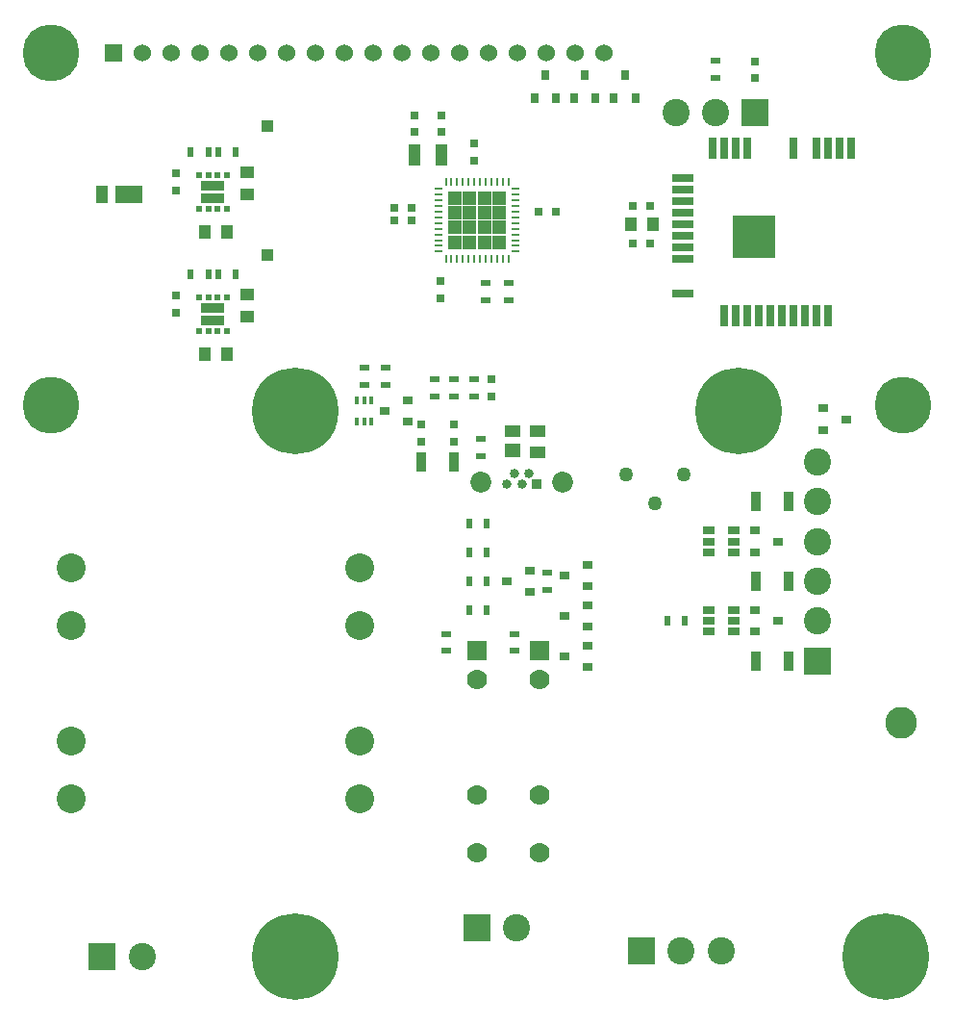
<source format=gbs>
G04 #@! TF.GenerationSoftware,KiCad,Pcbnew,(5.0.0-rc2-dev-640-gbf135b0)*
G04 #@! TF.CreationDate,2018-05-13T18:52:19-05:00*
G04 #@! TF.ProjectId,WiFi-Septic-Controller,576946692D5365707469632D436F6E74,rev?*
G04 #@! TF.SameCoordinates,Original*
G04 #@! TF.FileFunction,Soldermask,Bot*
G04 #@! TF.FilePolarity,Negative*
%FSLAX46Y46*%
G04 Gerber Fmt 4.6, Leading zero omitted, Abs format (unit mm)*
G04 Created by KiCad (PCBNEW (5.0.0-rc2-dev-640-gbf135b0)) date Sunday, May 13, 2018 at 06:52:19 PM*
%MOMM*%
%LPD*%
G01*
G04 APERTURE LIST*
%ADD10R,1.000000X1.000000*%
%ADD11R,1.524000X1.524000*%
%ADD12C,5.000000*%
%ADD13C,1.524000*%
%ADD14C,1.260000*%
%ADD15C,7.620000*%
%ADD16R,0.500000X0.900000*%
%ADD17R,2.040000X0.940000*%
%ADD18R,0.540000X0.590000*%
%ADD19R,1.250000X1.000000*%
%ADD20R,0.750000X0.800000*%
%ADD21R,1.000000X1.250000*%
%ADD22R,0.800000X1.900000*%
%ADD23R,1.900000X0.800000*%
%ADD24R,3.700000X3.700000*%
%ADD25C,0.500000*%
%ADD26C,1.850000*%
%ADD27C,0.840000*%
%ADD28R,0.840000X0.840000*%
%ADD29C,2.540000*%
%ADD30R,1.287500X1.287500*%
%ADD31R,0.700000X0.250000*%
%ADD32R,0.250000X0.700000*%
%ADD33R,2.400000X2.400000*%
%ADD34C,2.400000*%
%ADD35C,1.778000*%
%ADD36R,1.778000X1.778000*%
%ADD37R,0.800000X0.750000*%
%ADD38R,1.050000X1.500000*%
%ADD39R,2.400000X1.500000*%
%ADD40R,0.900000X0.800000*%
%ADD41R,1.400000X1.000000*%
%ADD42R,1.400000X1.200000*%
%ADD43R,0.900000X1.700000*%
%ADD44R,0.900000X0.500000*%
%ADD45R,0.400000X0.650000*%
%ADD46R,0.800000X0.900000*%
%ADD47R,1.060000X0.650000*%
%ADD48R,1.100000X1.900000*%
%ADD49C,2.800000*%
G04 APERTURE END LIST*
D10*
X51500000Y-50292000D03*
X51500000Y-39000000D03*
D11*
X38000000Y-32500000D03*
D12*
X32500000Y-32500000D03*
X107500000Y-32500000D03*
X32500000Y-63500000D03*
X107500000Y-63500000D03*
D13*
X40540000Y-32500000D03*
X43080000Y-32500000D03*
X45620000Y-32500000D03*
X48160000Y-32500000D03*
X50700000Y-32500000D03*
X53240000Y-32500000D03*
X55780000Y-32500000D03*
X58320000Y-32500000D03*
X60860000Y-32500000D03*
X63400000Y-32500000D03*
X65940000Y-32500000D03*
X68480000Y-32500000D03*
X71020000Y-32500000D03*
X73560000Y-32500000D03*
X76100000Y-32500000D03*
X78640000Y-32500000D03*
X81180000Y-32500000D03*
D14*
X88225000Y-69580000D03*
X85685000Y-72120000D03*
X83145000Y-69580000D03*
D15*
X93000000Y-64000000D03*
X54000000Y-64000000D03*
X106000000Y-112000000D03*
X54000000Y-112000000D03*
D16*
X48750000Y-41250000D03*
X47250000Y-41250000D03*
X46350000Y-41250000D03*
X44750000Y-41250000D03*
D17*
X46750000Y-45300000D03*
X46750000Y-44200000D03*
D18*
X45550000Y-46225000D03*
X46350000Y-46225000D03*
X47150000Y-46225000D03*
X47950000Y-46225000D03*
X47950000Y-43275000D03*
X47150000Y-43275000D03*
X46350000Y-43275000D03*
X45550000Y-43275000D03*
D19*
X49750000Y-43000000D03*
X49750000Y-45000000D03*
D20*
X43500000Y-43100000D03*
X43500000Y-44600000D03*
D21*
X48000000Y-48250000D03*
X46000000Y-48250000D03*
D22*
X90750000Y-40885000D03*
X91766000Y-40885000D03*
X92782000Y-40885000D03*
X93798000Y-40885000D03*
X97862000Y-40885000D03*
X99894000Y-40885000D03*
X100910000Y-40885000D03*
X101926000Y-40885000D03*
X102942000Y-40885000D03*
X100904000Y-55615000D03*
X99888000Y-55615000D03*
X98872000Y-55615000D03*
X97856000Y-55615000D03*
X96840000Y-55615000D03*
X95824000Y-55615000D03*
X94808000Y-55615000D03*
X93792000Y-55615000D03*
X92776000Y-55615000D03*
X91760000Y-55615000D03*
D23*
X88080000Y-53715000D03*
X88080000Y-50667000D03*
X88080000Y-49651000D03*
X88080000Y-48635000D03*
X88080000Y-47619000D03*
X88080000Y-46603000D03*
X88080000Y-45587000D03*
X88080000Y-44571000D03*
X88080000Y-43555000D03*
D24*
X94350000Y-48735000D03*
D25*
X94350000Y-48735000D03*
X94350000Y-49935000D03*
X94350000Y-47535000D03*
X95550000Y-49935000D03*
X95550000Y-48735000D03*
X95550000Y-47535000D03*
X93150000Y-49935000D03*
X93150000Y-48735000D03*
X93150000Y-47535000D03*
D26*
X70375000Y-70280000D03*
X77525000Y-70280000D03*
D27*
X72650000Y-70500000D03*
X73300000Y-69500000D03*
X73950000Y-70500000D03*
X74600000Y-69500000D03*
D28*
X75250000Y-70500000D03*
D29*
X59700000Y-98160000D03*
X59700000Y-93080000D03*
X59700000Y-82920000D03*
X59700000Y-77840000D03*
X34300000Y-98160000D03*
X34300000Y-93080000D03*
X34300000Y-82920000D03*
X34300000Y-77840000D03*
D18*
X45550000Y-54025000D03*
X46350000Y-54025000D03*
X47150000Y-54025000D03*
X47950000Y-54025000D03*
X47950000Y-56975000D03*
X47150000Y-56975000D03*
X46350000Y-56975000D03*
X45550000Y-56975000D03*
D17*
X46750000Y-54950000D03*
X46750000Y-56050000D03*
D30*
X68068750Y-45318750D03*
X69356250Y-45318750D03*
X70643750Y-45318750D03*
X71931250Y-45318750D03*
X68068750Y-46606250D03*
X69356250Y-46606250D03*
X70643750Y-46606250D03*
X71931250Y-46606250D03*
X68068750Y-47893750D03*
X69356250Y-47893750D03*
X70643750Y-47893750D03*
X71931250Y-47893750D03*
X68068750Y-49181250D03*
X69356250Y-49181250D03*
X70643750Y-49181250D03*
X71931250Y-49181250D03*
D31*
X66600000Y-44500000D03*
X66600000Y-45000000D03*
X66600000Y-45500000D03*
X66600000Y-46000000D03*
X66600000Y-46500000D03*
X66600000Y-47000000D03*
X66600000Y-47500000D03*
X66600000Y-48000000D03*
X66600000Y-48500000D03*
X66600000Y-49000000D03*
X66600000Y-49500000D03*
X66600000Y-50000000D03*
D32*
X67250000Y-50650000D03*
X67750000Y-50650000D03*
X68250000Y-50650000D03*
X68750000Y-50650000D03*
X69250000Y-50650000D03*
X69750000Y-50650000D03*
X70250000Y-50650000D03*
X70750000Y-50650000D03*
X71250000Y-50650000D03*
X71750000Y-50650000D03*
X72250000Y-50650000D03*
X72750000Y-50650000D03*
D31*
X73400000Y-50000000D03*
X73400000Y-49500000D03*
X73400000Y-49000000D03*
X73400000Y-48500000D03*
X73400000Y-48000000D03*
X73400000Y-47500000D03*
X73400000Y-47000000D03*
X73400000Y-46500000D03*
X73400000Y-46000000D03*
X73400000Y-45500000D03*
X73400000Y-45000000D03*
X73400000Y-44500000D03*
D32*
X72750000Y-43850000D03*
X72250000Y-43850000D03*
X71750000Y-43850000D03*
X71250000Y-43850000D03*
X70750000Y-43850000D03*
X70250000Y-43850000D03*
X69750000Y-43850000D03*
X69250000Y-43850000D03*
X68750000Y-43850000D03*
X68250000Y-43850000D03*
X67750000Y-43850000D03*
X67250000Y-43850000D03*
D33*
X84482800Y-111500000D03*
D34*
X91482800Y-111500000D03*
X87982800Y-111500000D03*
X100000000Y-68500000D03*
X100000000Y-72000000D03*
X100000000Y-75500000D03*
X100000000Y-79000000D03*
D33*
X100000000Y-86000000D03*
D34*
X100000000Y-82500000D03*
D35*
X70000000Y-102890000D03*
X70000000Y-97810000D03*
X70000000Y-87650000D03*
D36*
X70000000Y-85110000D03*
X75500000Y-85110000D03*
D35*
X75500000Y-87650000D03*
X75500000Y-97810000D03*
X75500000Y-102890000D03*
D33*
X70000000Y-109500000D03*
D34*
X73500000Y-109500000D03*
D21*
X46000000Y-59000000D03*
X48000000Y-59000000D03*
D20*
X43500000Y-55350000D03*
X43500000Y-53850000D03*
D19*
X49750000Y-55750000D03*
X49750000Y-53750000D03*
D20*
X67950000Y-66750000D03*
X67950000Y-65250000D03*
X65050000Y-65250000D03*
X65050000Y-66750000D03*
X69750000Y-42025000D03*
X69750000Y-40525000D03*
D37*
X62750000Y-46200000D03*
X64250000Y-46200000D03*
D20*
X66750000Y-52590000D03*
X66750000Y-54090000D03*
D37*
X76950000Y-46500000D03*
X75450000Y-46500000D03*
X83750000Y-46000000D03*
X85250000Y-46000000D03*
X62750000Y-47300000D03*
X64250000Y-47300000D03*
D21*
X83500000Y-47619000D03*
X85500000Y-47619000D03*
D37*
X83750000Y-49250000D03*
X85250000Y-49250000D03*
D20*
X64491847Y-38000000D03*
X64491847Y-39500000D03*
X66891847Y-38000000D03*
X66891847Y-39500000D03*
X94500000Y-34750000D03*
X94500000Y-33250000D03*
X71250000Y-62750000D03*
X71250000Y-61250000D03*
D38*
X37000000Y-45000000D03*
D39*
X39350000Y-45000000D03*
D40*
X94500000Y-83450000D03*
X94500000Y-81550000D03*
X96500000Y-82500000D03*
X96500000Y-75500000D03*
X94500000Y-74550000D03*
X94500000Y-76450000D03*
X100500000Y-65700000D03*
X100500000Y-63800000D03*
X102500000Y-64750000D03*
D41*
X75350000Y-67700000D03*
X75350000Y-65800000D03*
X73150000Y-65800000D03*
D42*
X73150000Y-67520000D03*
D33*
X94500000Y-37750000D03*
D34*
X87500000Y-37750000D03*
X91000000Y-37750000D03*
D43*
X65050000Y-68500000D03*
X67950000Y-68500000D03*
D44*
X70375000Y-68000000D03*
X70375000Y-66500000D03*
D40*
X72660000Y-78994000D03*
X74660000Y-79944000D03*
X74660000Y-78044000D03*
X79740000Y-84648000D03*
X79740000Y-86548000D03*
X77740000Y-85598000D03*
X61881000Y-64000000D03*
X63881000Y-64950000D03*
X63881000Y-63050000D03*
D45*
X59421000Y-64950000D03*
X60721000Y-64950000D03*
X60071000Y-63050000D03*
X60071000Y-64950000D03*
X60721000Y-63050000D03*
X59421000Y-63050000D03*
D46*
X76000000Y-34500000D03*
X75050000Y-36500000D03*
X76950000Y-36500000D03*
X80450000Y-36500000D03*
X78550000Y-36500000D03*
X79500000Y-34500000D03*
X83000000Y-34500000D03*
X82050000Y-36500000D03*
X83950000Y-36500000D03*
D16*
X47250000Y-52000000D03*
X48750000Y-52000000D03*
X44750000Y-52000000D03*
X46350000Y-52000000D03*
D44*
X76200000Y-78244000D03*
X76200000Y-79744000D03*
X70750000Y-52750000D03*
X70750000Y-54250000D03*
X60071000Y-61750000D03*
X60071000Y-60250000D03*
X61976000Y-60250000D03*
X61976000Y-61750000D03*
X72750000Y-54250000D03*
X72750000Y-52750000D03*
D43*
X94550000Y-86000000D03*
X97450000Y-86000000D03*
X97450000Y-79000000D03*
X94550000Y-79000000D03*
X94550000Y-72000000D03*
X97450000Y-72000000D03*
D16*
X69354000Y-76454000D03*
X70854000Y-76454000D03*
X70854000Y-73914000D03*
X69354000Y-73914000D03*
X70854000Y-81534000D03*
X69354000Y-81534000D03*
D44*
X91000000Y-33195000D03*
X91000000Y-34695000D03*
X68000000Y-62750000D03*
X68000000Y-61250000D03*
X69750000Y-62750000D03*
X69750000Y-61250000D03*
X66250000Y-62750000D03*
X66250000Y-61250000D03*
D47*
X92600000Y-81550000D03*
X92600000Y-82500000D03*
X92600000Y-83450000D03*
X90400000Y-83450000D03*
X90400000Y-81550000D03*
X90400000Y-82500000D03*
X90400000Y-75500000D03*
X90400000Y-74550000D03*
X90400000Y-76450000D03*
X92600000Y-76450000D03*
X92600000Y-75500000D03*
X92600000Y-74550000D03*
D48*
X64491847Y-41500000D03*
X66891847Y-41500000D03*
D16*
X86750000Y-82500000D03*
X88250000Y-82500000D03*
D33*
X37000000Y-112000000D03*
D34*
X40500000Y-112000000D03*
D16*
X69354000Y-78994000D03*
X70854000Y-78994000D03*
D44*
X67310000Y-83705000D03*
X67310000Y-85110000D03*
X73279000Y-85110000D03*
X73279000Y-83705000D03*
D40*
X77740000Y-78486000D03*
X79740000Y-79436000D03*
X79740000Y-77536000D03*
X79740000Y-81092000D03*
X79740000Y-82992000D03*
X77740000Y-82042000D03*
D49*
X107315000Y-91440000D03*
M02*

</source>
